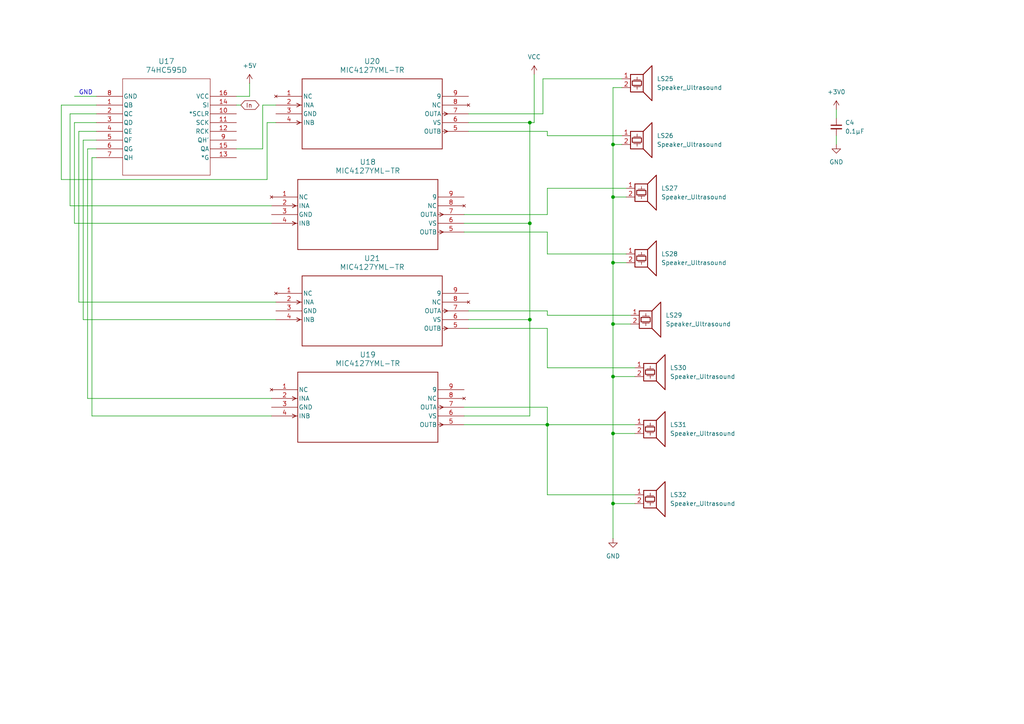
<source format=kicad_sch>
(kicad_sch (version 20250114) (generator "eeschema") (generator_version "9.0")
  (paper "A4")
  (lib_symbols
    (symbol "2025-12-28_09-02-17:MIC4127YML-TR" (pin_names (offset 0.254))
      (property "Reference" "U" (at 27.94 10.16 0))
      (property "Value" "MIC4127YML-TR" (at 27.94 7.62 0))
      (symbol "MIC4127YML-TR_0_1"
        (polyline (pts (xy 7.0993 -2.54) (xy 6.0579 -2.0193)) (stroke (width 0.2032)))
        (polyline (pts (xy 7.0993 -2.54) (xy 6.0579 -3.0607)) (stroke (width 0.2032)))
        (polyline (pts (xy 7.0993 -7.62) (xy 6.0579 -7.0993)) (stroke (width 0.2032)))
        (polyline (pts (xy 7.0993 -7.62) (xy 6.0579 -8.1407)) (stroke (width 0.2032)))
        (polyline (pts (xy 7.62 5.08) (xy 7.62 -15.24)) (stroke (width 0.2032)))
        (polyline (pts (xy 7.62 -15.24) (xy 48.26 -15.24)) (stroke (width 0.2032)))
        (polyline (pts (xy 48.26 5.08) (xy 7.62 5.08)) (stroke (width 0.2032)))
        (polyline (pts (xy 48.26 -15.24) (xy 48.26 5.08)) (stroke (width 0.2032)))
        (polyline (pts (xy 48.7807 -4.5593) (xy 49.8221 -5.08)) (stroke (width 0.2032)))
        (polyline (pts (xy 48.7807 -5.6007) (xy 49.8221 -5.08)) (stroke (width 0.2032)))
        (polyline (pts (xy 48.7807 -9.6393) (xy 49.8221 -10.16)) (stroke (width 0.2032)))
        (polyline (pts (xy 48.7807 -10.6807) (xy 49.8221 -10.16)) (stroke (width 0.2032)))
        (pin no_connect line (at 0 0 0) (length 7.62) (name "NC") (number "1"))
        (pin input line (at 0 -2.54 0) (length 7.62) (name "INA") (number "2"))
        (pin power_in line (at 0 -5.08 0) (length 7.62) (name "GND") (number "3"))
        (pin input line (at 0 -7.62 0) (length 7.62) (name "INB") (number "4"))
        (pin unspecified line (at 55.88 0 180) (length 7.62) (name "9") (number "9"))
        (pin no_connect line (at 55.88 -2.54 180) (length 7.62) (name "NC") (number "8"))
        (pin output line (at 55.88 -5.08 180) (length 7.62) (name "OUTA") (number "7"))
        (pin power_in line (at 55.88 -7.62 180) (length 7.62) (name "VS") (number "6"))
        (pin output line (at 55.88 -10.16 180) (length 7.62) (name "OUTB") (number "5"))
      )
    )
    (symbol "2025-12-28_09-22-42:74HC595D" (pin_names (offset 0.254))
      (property "Reference" "U" (at 20.32 10.16 0))
      (property "Value" "74HC595D" (at 20.32 7.62 0))
      (symbol "74HC595D_0_1"
        (polyline (pts (xy 7.62 5.08) (xy 7.62 -22.86)) (stroke (width 0.127)))
        (polyline (pts (xy 7.62 -22.86) (xy 33.02 -22.86)) (stroke (width 0.127)))
        (polyline (pts (xy 33.02 5.08) (xy 7.62 5.08)) (stroke (width 0.127)))
        (polyline (pts (xy 33.02 -22.86) (xy 33.02 5.08)) (stroke (width 0.127)))
        (pin power_out line (at 0 0 0) (length 7.62) (name "GND") (number "8"))
        (pin output line (at 0 -2.54 0) (length 7.62) (name "QB") (number "1"))
        (pin output line (at 0 -5.08 0) (length 7.62) (name "QC") (number "2"))
        (pin output line (at 0 -7.62 0) (length 7.62) (name "QD") (number "3"))
        (pin output line (at 0 -10.16 0) (length 7.62) (name "QE") (number "4"))
        (pin output line (at 0 -12.7 0) (length 7.62) (name "QF") (number "5"))
        (pin output line (at 0 -15.24 0) (length 7.62) (name "QG") (number "6"))
        (pin output line (at 0 -17.78 0) (length 7.62) (name "QH") (number "7"))
        (pin power_in line (at 40.64 0 180) (length 7.62) (name "VCC") (number "16"))
        (pin input line (at 40.64 -2.54 180) (length 7.62) (name "SI") (number "14"))
        (pin input line (at 40.64 -5.08 180) (length 7.62) (name "*SCLR") (number "10"))
        (pin input line (at 40.64 -7.62 180) (length 7.62) (name "SCK") (number "11"))
        (pin input line (at 40.64 -10.16 180) (length 7.62) (name "RCK") (number "12"))
        (pin output line (at 40.64 -12.7 180) (length 7.62) (name "QH'") (number "9"))
        (pin output line (at 40.64 -15.24 180) (length 7.62) (name "QA") (number "15"))
        (pin input line (at 40.64 -17.78 180) (length 7.62) (name "*G") (number "13"))
      )
    )
    (symbol "Device:C_Small" (pin_numbers (hide yes)) (pin_names (offset 0.254) (hide yes))
      (property "Reference" "C" (at 0.254 1.778 0))
      (property "Value" "C_Small" (at 0.254 -2.032 0))
      (symbol "C_Small_0_1"
        (polyline (pts (xy -1.524 0.508) (xy 1.524 0.508)) (stroke (width 0.3048)))
        (polyline (pts (xy -1.524 -0.508) (xy 1.524 -0.508)) (stroke (width 0.3302)))
      )
      (symbol "C_Small_1_1"
        (pin passive line (at 0 2.54 270) (length 2.032) (name "~") (number "1"))
        (pin passive line (at 0 -2.54 90) (length 2.032) (name "~") (number "2"))
      )
    )
    (symbol "Device:Speaker_Ultrasound" (pin_names (offset 0) (hide yes))
      (property "Reference" "LS" (at 0.635 5.715 0))
      (property "Value" "Speaker_Ultrasound" (at 0.635 3.81 0))
      (symbol "Speaker_Ultrasound_0_0"
        (rectangle (start -2.54 1.27) (end 1.143 -3.81) (stroke (width 0.254)))
        (rectangle (start -2.032 -0.635) (end 0.635 -1.905) (stroke (width 0.254)))
        (polyline (pts (xy -1.651 -0.254) (xy 0.381 -0.254)))
        (polyline (pts (xy -1.651 -2.286) (xy 0.381 -2.286)))
        (polyline (pts (xy -0.635 -0.254) (xy -0.635 0.508)))
        (polyline (pts (xy -0.635 -2.286) (xy -0.635 -3.048)))
        (polyline (pts (xy 1.143 1.27) (xy 3.683 3.81) (xy 3.683 -6.35) (xy 1.143 -3.81)) (stroke (width 0.254)))
      )
      (symbol "Speaker_Ultrasound_1_1"
        (pin input line (at -5.08 0 0) (length 2.54) (name "1") (number "1"))
        (pin input line (at -5.08 -2.54 0) (length 2.54) (name "2") (number "2"))
      )
    )
    (symbol "power:+3V0" (power) (pin_numbers (hide yes)) (pin_names (offset 0) (hide yes))
      (property "Value" "+3V0" (at 0 3.556 0))
      (symbol "+3V0_0_1"
        (polyline (pts (xy -0.762 1.27) (xy 0 2.54)))
        (polyline (pts (xy 0 2.54) (xy 0.762 1.27)))
        (polyline (pts (xy 0 0) (xy 0 2.54)))
      )
      (symbol "+3V0_1_1"
        (pin power_in line (at 0 0 90) (length 0) (name "~") (number "1"))
      )
    )
    (symbol "power:+5V" (power) (pin_numbers (hide yes)) (pin_names (offset 0) (hide yes))
      (property "Value" "+5V" (at 0 3.556 0))
      (symbol "+5V_0_1"
        (polyline (pts (xy -0.762 1.27) (xy 0 2.54)))
        (polyline (pts (xy 0 2.54) (xy 0.762 1.27)))
        (polyline (pts (xy 0 0) (xy 0 2.54)))
      )
      (symbol "+5V_1_1"
        (pin power_in line (at 0 0 90) (length 0) (name "~") (number "1"))
      )
    )
    (symbol "power:GND" (power) (pin_numbers (hide yes)) (pin_names (offset 0) (hide yes))
      (property "Value" "GND" (at 0 -3.81 0))
      (symbol "GND_0_1"
        (polyline (pts (xy 0 0) (xy 0 -1.27) (xy 1.27 -1.27) (xy 0 -2.54) (xy -1.27 -1.27) (xy 0 -1.27)))
      )
      (symbol "GND_1_1"
        (pin power_in line (at 0 0 270) (length 0) (name "~") (number "1"))
      )
    )
    (symbol "power:VCC" (power) (pin_numbers (hide yes)) (pin_names (offset 0) (hide yes))
      (property "Value" "VCC" (at 0 3.556 0))
      (symbol "VCC_0_1"
        (polyline (pts (xy -0.762 1.27) (xy 0 2.54)))
        (polyline (pts (xy 0 2.54) (xy 0.762 1.27)))
        (polyline (pts (xy 0 0) (xy 0 2.54)))
      )
      (symbol "VCC_1_1"
        (pin power_in line (at 0 0 90) (length 0) (name "~") (number "1"))
      )
    )
  )
  (text "GND" (at 24.892 26.924 0) (effects (font (size 1.27 1.27))))
  (junction (at 177.8 76.2))
  (junction (at 177.8 93.98))
  (junction (at 177.8 57.15))
  (junction (at 153.67 35.56))
  (junction (at 153.67 92.71))
  (junction (at 177.8 125.73))
  (junction (at 153.67 64.77))
  (junction (at 177.8 109.22))
  (junction (at 177.8 146.05))
  (junction (at 177.8 41.91))
  (junction (at 158.75 123.19))
  (wire (pts (xy 177.8 109.22) (xy 177.8 125.73)))
  (wire (pts (xy 242.57 31.75) (xy 242.57 34.29)))
  (wire (pts (xy 24.13 40.64) (xy 24.13 92.71)))
  (wire (pts (xy 135.89 90.17) (xy 158.75 90.17)))
  (wire (pts (xy 157.48 33.02) (xy 157.48 22.86)))
  (wire (pts (xy 158.75 95.25) (xy 158.75 106.68)))
  (wire (pts (xy 153.67 35.56) (xy 153.67 64.77)))
  (wire (pts (xy 184.15 146.05) (xy 177.8 146.05)))
  (wire (pts (xy 177.8 109.22) (xy 184.15 109.22)))
  (wire (pts (xy 135.89 35.56) (xy 153.67 35.56)))
  (wire (pts (xy 158.75 118.11) (xy 158.75 123.19)))
  (wire (pts (xy 68.58 27.94) (xy 72.39 27.94)))
  (wire (pts (xy 158.75 38.1) (xy 158.75 39.37)))
  (wire (pts (xy 27.94 33.02) (xy 20.32 33.02)))
  (wire (pts (xy 135.89 92.71) (xy 153.67 92.71)))
  (wire (pts (xy 177.8 93.98) (xy 177.8 109.22)))
  (wire (pts (xy 21.59 35.56) (xy 21.59 64.77)))
  (wire (pts (xy 20.32 33.02) (xy 20.32 59.69)))
  (wire (pts (xy 134.62 118.11) (xy 158.75 118.11)))
  (wire (pts (xy 177.8 76.2) (xy 181.61 76.2)))
  (wire (pts (xy 27.94 43.18) (xy 25.4 43.18)))
  (wire (pts (xy 158.75 73.66) (xy 181.61 73.66)))
  (wire (pts (xy 177.8 146.05) (xy 177.8 156.21)))
  (wire (pts (xy 134.62 120.65) (xy 153.67 120.65)))
  (wire (pts (xy 27.94 30.48) (xy 17.78 30.48)))
  (wire (pts (xy 27.94 40.64) (xy 24.13 40.64)))
  (wire (pts (xy 27.94 35.56) (xy 21.59 35.56)))
  (wire (pts (xy 22.86 38.1) (xy 22.86 87.63)))
  (wire (pts (xy 177.8 41.91) (xy 180.34 41.91)))
  (wire (pts (xy 158.75 90.17) (xy 158.75 91.44)))
  (wire (pts (xy 177.8 57.15) (xy 181.61 57.15)))
  (wire (pts (xy 158.75 123.19) (xy 158.75 143.51)))
  (wire (pts (xy 180.34 25.4) (xy 177.8 25.4)))
  (wire (pts (xy 21.59 27.94) (xy 27.94 27.94)))
  (wire (pts (xy 27.94 38.1) (xy 22.86 38.1)))
  (wire (pts (xy 134.62 64.77) (xy 153.67 64.77)))
  (wire (pts (xy 77.47 52.07) (xy 77.47 35.56)))
  (wire (pts (xy 158.75 62.23) (xy 158.75 54.61)))
  (wire (pts (xy 177.8 93.98) (xy 182.88 93.98)))
  (wire (pts (xy 24.13 92.71) (xy 80.01 92.71)))
  (wire (pts (xy 77.47 35.56) (xy 80.01 35.56)))
  (wire (pts (xy 68.58 30.48) (xy 69.85 30.48)))
  (wire (pts (xy 158.75 123.19) (xy 184.15 123.19)))
  (wire (pts (xy 26.67 120.65) (xy 78.74 120.65)))
  (wire (pts (xy 76.2 30.48) (xy 80.01 30.48)))
  (wire (pts (xy 134.62 62.23) (xy 158.75 62.23)))
  (wire (pts (xy 154.94 21.59) (xy 154.94 35.56)))
  (wire (pts (xy 72.39 24.13) (xy 72.39 27.94)))
  (wire (pts (xy 17.78 30.48) (xy 17.78 52.07)))
  (wire (pts (xy 158.75 54.61) (xy 181.61 54.61)))
  (wire (pts (xy 158.75 67.31) (xy 158.75 73.66)))
  (wire (pts (xy 134.62 67.31) (xy 158.75 67.31)))
  (wire (pts (xy 158.75 106.68) (xy 184.15 106.68)))
  (wire (pts (xy 27.94 45.72) (xy 26.67 45.72)))
  (wire (pts (xy 177.8 125.73) (xy 184.15 125.73)))
  (wire (pts (xy 177.8 57.15) (xy 177.8 76.2)))
  (wire (pts (xy 158.75 143.51) (xy 184.15 143.51)))
  (wire (pts (xy 158.75 91.44) (xy 182.88 91.44)))
  (wire (pts (xy 135.89 95.25) (xy 158.75 95.25)))
  (wire (pts (xy 242.57 39.37) (xy 242.57 41.91)))
  (wire (pts (xy 135.89 38.1) (xy 158.75 38.1)))
  (wire (pts (xy 21.59 64.77) (xy 78.74 64.77)))
  (wire (pts (xy 20.32 59.69) (xy 78.74 59.69)))
  (wire (pts (xy 25.4 115.57) (xy 78.74 115.57)))
  (wire (pts (xy 134.62 123.19) (xy 158.75 123.19)))
  (wire (pts (xy 177.8 25.4) (xy 177.8 41.91)))
  (wire (pts (xy 177.8 41.91) (xy 177.8 57.15)))
  (wire (pts (xy 135.89 33.02) (xy 157.48 33.02)))
  (wire (pts (xy 177.8 76.2) (xy 177.8 93.98)))
  (wire (pts (xy 76.2 43.18) (xy 76.2 30.48)))
  (wire (pts (xy 25.4 43.18) (xy 25.4 115.57)))
  (wire (pts (xy 153.67 92.71) (xy 153.67 120.65)))
  (wire (pts (xy 153.67 64.77) (xy 153.67 92.71)))
  (wire (pts (xy 158.75 39.37) (xy 180.34 39.37)))
  (wire (pts (xy 22.86 87.63) (xy 80.01 87.63)))
  (wire (pts (xy 68.58 43.18) (xy 76.2 43.18)))
  (wire (pts (xy 153.67 35.56) (xy 154.94 35.56)))
  (wire (pts (xy 157.48 22.86) (xy 180.34 22.86)))
  (wire (pts (xy 17.78 52.07) (xy 77.47 52.07)))
  (wire (pts (xy 26.67 45.72) (xy 26.67 120.65)))
  (wire (pts (xy 177.8 125.73) (xy 177.8 146.05)))
  (global_label "In" (shape bidirectional) (at 69.85 30.48 0) (property "Intersheetrefs" "${INTERSHEET_REFS}" (effects (hide yes))))
  (symbol (lib_id "power:VCC") (at 154.94 21.59 0) (unit 1)
    (property "Reference" "#PWR017" (effects (hide yes)))
    (property "Value" "VCC" (at 154.94 16.51 0))
    (property "Description" "Power symbol creates a global label with name \"VCC\"" (effects (hide yes)))
  )
  (symbol (lib_id "Device:C_Small") (at 242.57 36.83 0) (unit 1)
    (property "Reference" "C4" (at 245.11 35.5662 0) (effects (justify left)))
    (property "Value" "0.1μF" (at 245.11 38.1062 0) (effects (justify left)))
    (property "Description" "Unpolarized capacitor, small symbol" (effects (hide yes)))
  )
  (symbol (lib_id "Device:Speaker_Ultrasound") (at 185.42 39.37 0) (unit 1)
    (property "Reference" "LS26" (at 190.5 39.3699 0) (effects (justify left)))
    (property "Value" "Speaker_Ultrasound" (at 190.5 41.9099 0) (effects (justify left)))
    (property "Description" "Ultrasonic transducer" (effects (hide yes)))
  )
  (symbol (lib_id "power:+3V0") (at 242.57 31.75 0) (unit 1)
    (property "Reference" "#PWR019" (effects (hide yes)))
    (property "Value" "+3V0" (at 242.57 26.67 0))
    (property "Description" "Power symbol creates a global label with name \"+3V0\"" (effects (hide yes)))
  )
  (symbol (lib_id "Device:Speaker_Ultrasound") (at 186.69 54.61 0) (unit 1)
    (property "Reference" "LS27" (at 191.77 54.6099 0) (effects (justify left)))
    (property "Value" "Speaker_Ultrasound" (at 191.77 57.1499 0) (effects (justify left)))
    (property "Description" "Ultrasonic transducer" (effects (hide yes)))
  )
  (symbol (lib_id "power:GND") (at 242.57 41.91 0) (unit 1)
    (property "Reference" "#PWR020" (effects (hide yes)))
    (property "Value" "GND" (at 242.57 46.99 0))
    (property "Description" "Power symbol creates a global label with name \"GND\" , ground" (effects (hide yes)))
  )
  (symbol (lib_id "2025-12-28_09-22-42:74HC595D") (at 27.94 27.94 0) (unit 1)
    (property "Reference" "U17" (at 48.26 17.78 0) (effects (font (size 1.524 1.524))))
    (property "Value" "74HC595D" (at 48.26 20.32 0) (effects (font (size 1.524 1.524))))
    (property "Footprint" "SOIC16_TOS" (effects (hide yes)))
    (property "Datasheet" "https://toshiba.semicon-storage.com/info/docget.jsp?did=36768&prodName=74HC595D" (effects (hide yes)))
  )
  (symbol (lib_id "Device:Speaker_Ultrasound") (at 189.23 106.68 0) (unit 1)
    (property "Reference" "LS30" (at 194.31 106.6799 0) (effects (justify left)))
    (property "Value" "Speaker_Ultrasound" (at 194.31 109.2199 0) (effects (justify left)))
    (property "Description" "Ultrasonic transducer" (effects (hide yes)))
  )
  (symbol (lib_id "2025-12-28_09-02-17:MIC4127YML-TR") (at 78.74 113.03 0) (unit 1)
    (property "Reference" "U19" (at 106.68 102.87 0) (effects (font (size 1.524 1.524))))
    (property "Value" "MIC4127YML-TR" (at 106.68 105.41 0) (effects (font (size 1.524 1.524))))
    (property "Footprint" "MLF-8_ML_MCH" (effects (hide yes)))
    (property "Datasheet" "MIC4127YML-TR" (effects (hide yes)))
  )
  (symbol (lib_id "2025-12-28_09-02-17:MIC4127YML-TR") (at 80.01 27.94 0) (unit 1)
    (property "Reference" "U20" (at 107.95 17.78 0) (effects (font (size 1.524 1.524))))
    (property "Value" "MIC4127YML-TR" (at 107.95 20.32 0) (effects (font (size 1.524 1.524))))
    (property "Footprint" "MLF-8_ML_MCH" (effects (hide yes)))
    (property "Datasheet" "MIC4127YML-TR" (effects (hide yes)))
  )
  (symbol (lib_id "2025-12-28_09-02-17:MIC4127YML-TR") (at 78.74 57.15 0) (unit 1)
    (property "Reference" "U18" (at 106.68 46.99 0) (effects (font (size 1.524 1.524))))
    (property "Value" "MIC4127YML-TR" (at 106.68 49.53 0) (effects (font (size 1.524 1.524))))
    (property "Footprint" "MLF-8_ML_MCH" (effects (hide yes)))
    (property "Datasheet" "MIC4127YML-TR" (effects (hide yes)))
  )
  (symbol (lib_id "2025-12-28_09-02-17:MIC4127YML-TR") (at 80.01 85.09 0) (unit 1)
    (property "Reference" "U21" (at 107.95 74.93 0) (effects (font (size 1.524 1.524))))
    (property "Value" "MIC4127YML-TR" (at 107.95 77.47 0) (effects (font (size 1.524 1.524))))
    (property "Footprint" "MLF-8_ML_MCH" (effects (hide yes)))
    (property "Datasheet" "MIC4127YML-TR" (effects (hide yes)))
  )
  (symbol (lib_id "Device:Speaker_Ultrasound") (at 186.69 73.66 0) (unit 1)
    (property "Reference" "LS28" (at 191.77 73.6599 0) (effects (justify left)))
    (property "Value" "Speaker_Ultrasound" (at 191.77 76.1999 0) (effects (justify left)))
    (property "Description" "Ultrasonic transducer" (effects (hide yes)))
  )
  (symbol (lib_id "Device:Speaker_Ultrasound") (at 185.42 22.86 0) (unit 1)
    (property "Reference" "LS25" (at 190.5 22.8599 0) (effects (justify left)))
    (property "Value" "Speaker_Ultrasound" (at 190.5 25.3999 0) (effects (justify left)))
    (property "Description" "Ultrasonic transducer" (effects (hide yes)))
  )
  (symbol (lib_id "power:GND") (at 177.8 156.21 0) (unit 1)
    (property "Reference" "#PWR018" (effects (hide yes)))
    (property "Value" "GND" (at 177.8 161.29 0))
    (property "Description" "Power symbol creates a global label with name \"GND\" , ground" (effects (hide yes)))
  )
  (symbol (lib_id "Device:Speaker_Ultrasound") (at 187.96 91.44 0) (unit 1)
    (property "Reference" "LS29" (at 193.04 91.4399 0) (effects (justify left)))
    (property "Value" "Speaker_Ultrasound" (at 193.04 93.9799 0) (effects (justify left)))
    (property "Description" "Ultrasonic transducer" (effects (hide yes)))
  )
  (symbol (lib_id "Device:Speaker_Ultrasound") (at 189.23 123.19 0) (unit 1)
    (property "Reference" "LS31" (at 194.31 123.1899 0) (effects (justify left)))
    (property "Value" "Speaker_Ultrasound" (at 194.31 125.7299 0) (effects (justify left)))
    (property "Description" "Ultrasonic transducer" (effects (hide yes)))
  )
  (symbol (lib_id "power:+5V") (at 72.39 24.13 0) (unit 1)
    (property "Reference" "#PWR016" (effects (hide yes)))
    (property "Value" "+5V" (at 72.39 19.05 0))
    (property "Description" "Power symbol creates a global label with name \"+5V\"" (effects (hide yes)))
  )
  (symbol (lib_id "Device:Speaker_Ultrasound") (at 189.23 143.51 0) (unit 1)
    (property "Reference" "LS32" (at 194.31 143.5099 0) (effects (justify left)))
    (property "Value" "Speaker_Ultrasound" (at 194.31 146.0499 0) (effects (justify left)))
    (property "Description" "Ultrasonic transducer" (effects (hide yes)))
  )
)
</source>
